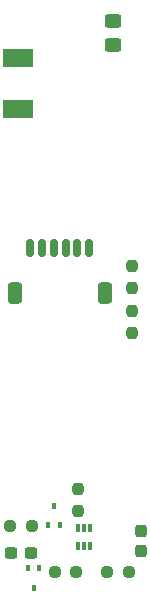
<source format=gbr>
%TF.GenerationSoftware,KiCad,Pcbnew,7.0.5*%
%TF.CreationDate,2023-06-06T16:58:07-04:00*%
%TF.ProjectId,SIDE,53494445-2e6b-4696-9361-645f70636258,rev?*%
%TF.SameCoordinates,Original*%
%TF.FileFunction,Paste,Bot*%
%TF.FilePolarity,Positive*%
%FSLAX46Y46*%
G04 Gerber Fmt 4.6, Leading zero omitted, Abs format (unit mm)*
G04 Created by KiCad (PCBNEW 7.0.5) date 2023-06-06 16:58:07*
%MOMM*%
%LPD*%
G01*
G04 APERTURE LIST*
G04 Aperture macros list*
%AMRoundRect*
0 Rectangle with rounded corners*
0 $1 Rounding radius*
0 $2 $3 $4 $5 $6 $7 $8 $9 X,Y pos of 4 corners*
0 Add a 4 corners polygon primitive as box body*
4,1,4,$2,$3,$4,$5,$6,$7,$8,$9,$2,$3,0*
0 Add four circle primitives for the rounded corners*
1,1,$1+$1,$2,$3*
1,1,$1+$1,$4,$5*
1,1,$1+$1,$6,$7*
1,1,$1+$1,$8,$9*
0 Add four rect primitives between the rounded corners*
20,1,$1+$1,$2,$3,$4,$5,0*
20,1,$1+$1,$4,$5,$6,$7,0*
20,1,$1+$1,$6,$7,$8,$9,0*
20,1,$1+$1,$8,$9,$2,$3,0*%
G04 Aperture macros list end*
%ADD10RoundRect,0.237500X-0.250000X-0.237500X0.250000X-0.237500X0.250000X0.237500X-0.250000X0.237500X0*%
%ADD11RoundRect,0.237500X0.250000X0.237500X-0.250000X0.237500X-0.250000X-0.237500X0.250000X-0.237500X0*%
%ADD12RoundRect,0.237500X0.237500X-0.250000X0.237500X0.250000X-0.237500X0.250000X-0.237500X-0.250000X0*%
%ADD13R,0.460000X0.475000*%
%ADD14RoundRect,0.237500X-0.300000X-0.237500X0.300000X-0.237500X0.300000X0.237500X-0.300000X0.237500X0*%
%ADD15R,2.500000X1.500000*%
%ADD16RoundRect,0.250000X0.450000X-0.325000X0.450000X0.325000X-0.450000X0.325000X-0.450000X-0.325000X0*%
%ADD17R,0.340000X0.700000*%
%ADD18RoundRect,0.150000X0.150000X0.625000X-0.150000X0.625000X-0.150000X-0.625000X0.150000X-0.625000X0*%
%ADD19RoundRect,0.250000X0.350000X0.650000X-0.350000X0.650000X-0.350000X-0.650000X0.350000X-0.650000X0*%
%ADD20RoundRect,0.237500X0.237500X-0.300000X0.237500X0.300000X-0.237500X0.300000X-0.237500X-0.300000X0*%
G04 APERTURE END LIST*
D10*
%TO.C,R5*%
X155767500Y-97688022D03*
X157592500Y-97688022D03*
%TD*%
D11*
%TO.C,R11*%
X149362500Y-93758022D03*
X147537500Y-93758022D03*
%TD*%
D12*
%TO.C,R2*%
X157830000Y-73630522D03*
X157830000Y-71805522D03*
%TD*%
D13*
%TO.C,Q2*%
X149010000Y-97345022D03*
X150010000Y-97345022D03*
X149510000Y-99021022D03*
%TD*%
D12*
%TO.C,R4*%
X153290000Y-92480522D03*
X153290000Y-90655522D03*
%TD*%
D14*
%TO.C,C2*%
X147587500Y-96048022D03*
X149312500Y-96048022D03*
%TD*%
D12*
%TO.C,R3*%
X157830000Y-77440522D03*
X157830000Y-75615522D03*
%TD*%
D15*
%TO.C,J2*%
X148220000Y-54200000D03*
%TD*%
D16*
%TO.C,D1*%
X156220000Y-53060522D03*
X156220000Y-51010522D03*
%TD*%
D17*
%TO.C,U2*%
X154280000Y-95468022D03*
X153780000Y-95468022D03*
X153280000Y-95468022D03*
X153280000Y-93968022D03*
X153780000Y-93968022D03*
X154280000Y-93968022D03*
%TD*%
D13*
%TO.C,Q1*%
X151730000Y-93738022D03*
X150730000Y-93738022D03*
X151230000Y-92062022D03*
%TD*%
D15*
%TO.C,J1*%
X148220000Y-58500000D03*
%TD*%
D18*
%TO.C,J4*%
X154220000Y-70218022D03*
X153220000Y-70218022D03*
X152220000Y-70218022D03*
X151220000Y-70218022D03*
X150220000Y-70218022D03*
X149220000Y-70218022D03*
D19*
X155520000Y-74093022D03*
X147920000Y-74093022D03*
%TD*%
D20*
%TO.C,C1*%
X158580000Y-95920522D03*
X158580000Y-94195522D03*
%TD*%
D10*
%TO.C,R1*%
X151307500Y-97688022D03*
X153132500Y-97688022D03*
%TD*%
M02*

</source>
